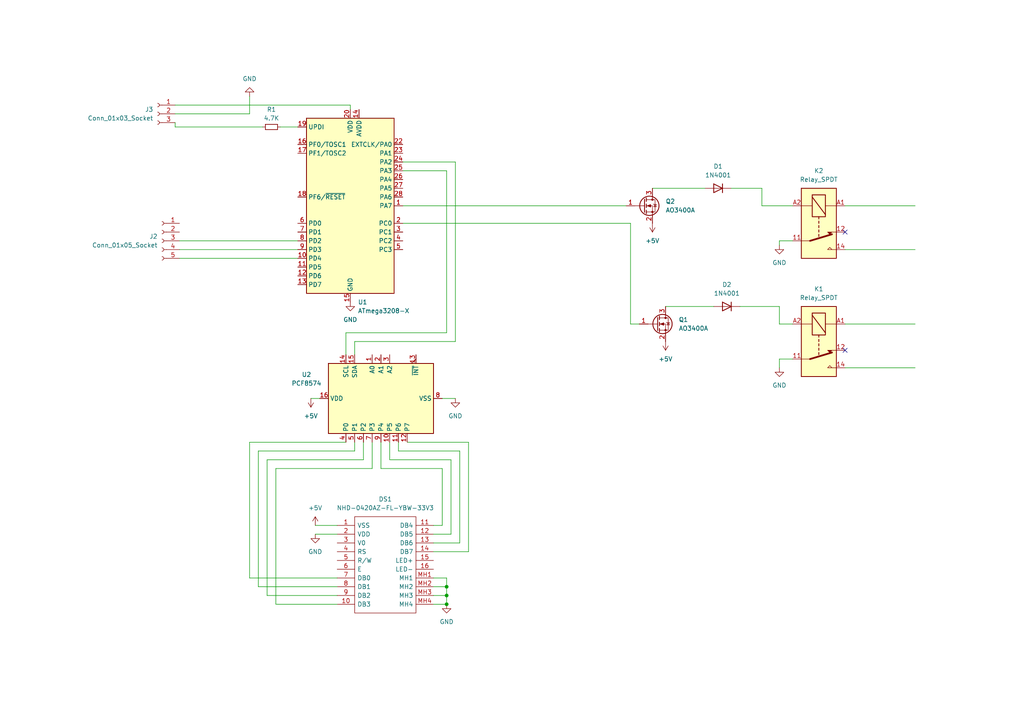
<source format=kicad_sch>
(kicad_sch (version 20230121) (generator eeschema)
  (paper "A4")
  (lib_symbols
    (symbol "Connector:Conn_01x03_Socket" (pin_names (offset 1.016) hide)
      (property "Reference" "J" (at 0 5.08 0))
      (property "Value" "Conn_01x03_Socket" (at 0 -5.08 0))
      (symbol "Conn_01x03_Socket_1_1"
        (arc (start 0 -2.032) (mid -0.5058 -2.54) (end 0 -3.048) (stroke (width 0.1524)))
        (polyline (pts (xy -1.27 -2.54) (xy -0.508 -2.54)) (stroke (width 0.1524)))
        (polyline (pts (xy -1.27 0) (xy -0.508 0)) (stroke (width 0.1524)))
        (polyline (pts (xy -1.27 2.54) (xy -0.508 2.54)) (stroke (width 0.1524)))
        (arc (start 0 0.508) (mid -0.5058 0) (end 0 -0.508) (stroke (width 0.1524)))
        (arc (start 0 3.048) (mid -0.5058 2.54) (end 0 2.032) (stroke (width 0.1524)))
        (pin passive line (at -5.08 2.54 0) (length 3.81) (name "Pin_1") (number "1"))
        (pin passive line (at -5.08 0 0) (length 3.81) (name "Pin_2") (number "2"))
        (pin passive line (at -5.08 -2.54 0) (length 3.81) (name "Pin_3") (number "3"))
      )
    )
    (symbol "Connector:Conn_01x05_Socket" (pin_names (offset 1.016) hide)
      (property "Reference" "J" (at 0 7.62 0))
      (property "Value" "Conn_01x05_Socket" (at 0 -7.62 0))
      (symbol "Conn_01x05_Socket_1_1"
        (arc (start 0 -4.572) (mid -0.5058 -5.08) (end 0 -5.588) (stroke (width 0.1524)))
        (arc (start 0 -2.032) (mid -0.5058 -2.54) (end 0 -3.048) (stroke (width 0.1524)))
        (polyline (pts (xy -1.27 -5.08) (xy -0.508 -5.08)) (stroke (width 0.1524)))
        (polyline (pts (xy -1.27 -2.54) (xy -0.508 -2.54)) (stroke (width 0.1524)))
        (polyline (pts (xy -1.27 0) (xy -0.508 0)) (stroke (width 0.1524)))
        (polyline (pts (xy -1.27 2.54) (xy -0.508 2.54)) (stroke (width 0.1524)))
        (polyline (pts (xy -1.27 5.08) (xy -0.508 5.08)) (stroke (width 0.1524)))
        (arc (start 0 0.508) (mid -0.5058 0) (end 0 -0.508) (stroke (width 0.1524)))
        (arc (start 0 3.048) (mid -0.5058 2.54) (end 0 2.032) (stroke (width 0.1524)))
        (arc (start 0 5.588) (mid -0.5058 5.08) (end 0 4.572) (stroke (width 0.1524)))
        (pin passive line (at -5.08 5.08 0) (length 3.81) (name "Pin_1") (number "1"))
        (pin passive line (at -5.08 2.54 0) (length 3.81) (name "Pin_2") (number "2"))
        (pin passive line (at -5.08 0 0) (length 3.81) (name "Pin_3") (number "3"))
        (pin passive line (at -5.08 -2.54 0) (length 3.81) (name "Pin_4") (number "4"))
        (pin passive line (at -5.08 -5.08 0) (length 3.81) (name "Pin_5") (number "5"))
      )
    )
    (symbol "Device:R_Small" (pin_numbers hide) (pin_names (offset 0.254) hide)
      (property "Reference" "R" (at 0.762 0.508 0))
      (property "Value" "R_Small" (at 0.762 -1.016 0))
      (symbol "R_Small_0_1"
        (rectangle (start -0.762 1.778) (end 0.762 -1.778) (stroke (width 0.2032)))
      )
      (symbol "R_Small_1_1"
        (pin passive line (at 0 2.54 270) (length 0.762) (name "~") (number "1"))
        (pin passive line (at 0 -2.54 90) (length 0.762) (name "~") (number "2"))
      )
    )
    (symbol "Diode:1N4001" (pin_numbers hide) (pin_names hide)
      (property "Reference" "D" (at 0 2.54 0))
      (property "Value" "1N4001" (at 0 -2.54 0))
      (symbol "1N4001_0_1"
        (polyline (pts (xy -1.27 1.27) (xy -1.27 -1.27)) (stroke (width 0.254)))
        (polyline (pts (xy 1.27 0) (xy -1.27 0)))
        (polyline (pts (xy 1.27 1.27) (xy 1.27 -1.27) (xy -1.27 0) (xy 1.27 1.27)) (stroke (width 0.254)))
      )
      (symbol "1N4001_1_1"
        (pin passive line (at -3.81 0 0) (length 2.54) (name "K") (number "1"))
        (pin passive line (at 3.81 0 180) (length 2.54) (name "A") (number "2"))
      )
    )
    (symbol "Interface_Expansion:PCF8574"
      (property "Reference" "U" (at -8.89 16.51 0))
      (property "Value" "PCF8574" (at 2.54 16.51 0))
      (symbol "PCF8574_0_1"
        (rectangle (start -10.16 15.24) (end 10.16 -15.24) (stroke (width 0.254)) (fill (type background)))
      )
      (symbol "PCF8574_1_1"
        (pin input line (at -12.7 2.54 0) (length 2.54) (name "A0") (number "1"))
        (pin bidirectional line (at 12.7 -2.54 180) (length 2.54) (name "P5") (number "10"))
        (pin bidirectional line (at 12.7 -5.08 180) (length 2.54) (name "P6") (number "11"))
        (pin bidirectional line (at 12.7 -7.62 180) (length 2.54) (name "P7") (number "12"))
        (pin open_collector output_low (at -12.7 -10.16 0) (length 2.54) (name "~{INT}") (number "13"))
        (pin input line (at -12.7 10.16 0) (length 2.54) (name "SCL") (number "14"))
        (pin bidirectional line (at -12.7 7.62 0) (length 2.54) (name "SDA") (number "15"))
        (pin power_in line (at 0 17.78 270) (length 2.54) (name "VDD") (number "16"))
        (pin input line (at -12.7 0 0) (length 2.54) (name "A1") (number "2"))
        (pin input line (at -12.7 -2.54 0) (length 2.54) (name "A2") (number "3"))
        (pin bidirectional line (at 12.7 10.16 180) (length 2.54) (name "P0") (number "4"))
        (pin bidirectional line (at 12.7 7.62 180) (length 2.54) (name "P1") (number "5"))
        (pin bidirectional line (at 12.7 5.08 180) (length 2.54) (name "P2") (number "6"))
        (pin bidirectional line (at 12.7 2.54 180) (length 2.54) (name "P3") (number "7"))
        (pin power_in line (at 0 -17.78 90) (length 2.54) (name "VSS") (number "8"))
        (pin bidirectional line (at 12.7 0 180) (length 2.54) (name "P4") (number "9"))
      )
    )
    (symbol "MCU_Microchip_ATmega:ATmega3208-X"
      (property "Reference" "U" (at -12.7 26.67 0))
      (property "Value" "ATmega3208-X" (at 2.54 -26.67 0))
      (symbol "ATmega3208-X_0_1"
        (rectangle (start -12.7 -25.4) (end 12.7 25.4) (stroke (width 0.254)) (fill (type background)))
      )
      (symbol "ATmega3208-X_1_1"
        (pin bidirectional line (at 15.24 0 180) (length 2.54) (name "PA7") (number "1"))
        (pin bidirectional line (at -15.24 -15.24 0) (length 2.54) (name "PD4") (number "10"))
        (pin bidirectional line (at -15.24 -17.78 0) (length 2.54) (name "PD5") (number "11"))
        (pin bidirectional line (at -15.24 -20.32 0) (length 2.54) (name "PD6") (number "12"))
        (pin bidirectional line (at -15.24 -22.86 0) (length 2.54) (name "PD7") (number "13"))
        (pin power_in line (at 2.54 27.94 270) (length 2.54) (name "AVDD") (number "14"))
        (pin power_in line (at 0 -27.94 90) (length 2.54) (name "GND") (number "15"))
        (pin bidirectional line (at -15.24 17.78 0) (length 2.54) (name "PF0/TOSC1") (number "16"))
        (pin bidirectional line (at -15.24 15.24 0) (length 2.54) (name "PF1/TOSC2") (number "17"))
        (pin bidirectional line (at -15.24 2.54 0) (length 2.54) (name "PF6/~{RESET}") (number "18"))
        (pin bidirectional line (at -15.24 22.86 0) (length 2.54) (name "UPDI") (number "19"))
        (pin bidirectional line (at 15.24 -5.08 180) (length 2.54) (name "PC0") (number "2"))
        (pin power_in line (at 0 27.94 270) (length 2.54) (name "VDD") (number "20"))
        (pin passive line (at 0 -27.94 90) (length 2.54) hide (name "GND") (number "21"))
        (pin bidirectional line (at 15.24 17.78 180) (length 2.54) (name "EXTCLK/PA0") (number "22"))
        (pin bidirectional line (at 15.24 15.24 180) (length 2.54) (name "PA1") (number "23"))
        (pin bidirectional line (at 15.24 12.7 180) (length 2.54) (name "PA2") (number "24"))
        (pin bidirectional line (at 15.24 10.16 180) (length 2.54) (name "PA3") (number "25"))
        (pin bidirectional line (at 15.24 7.62 180) (length 2.54) (name "PA4") (number "26"))
        (pin bidirectional line (at 15.24 5.08 180) (length 2.54) (name "PA5") (number "27"))
        (pin bidirectional line (at 15.24 2.54 180) (length 2.54) (name "PA6") (number "28"))
        (pin bidirectional line (at 15.24 -7.62 180) (length 2.54) (name "PC1") (number "3"))
        (pin bidirectional line (at 15.24 -10.16 180) (length 2.54) (name "PC2") (number "4"))
        (pin bidirectional line (at 15.24 -12.7 180) (length 2.54) (name "PC3") (number "5"))
        (pin bidirectional line (at -15.24 -5.08 0) (length 2.54) (name "PD0") (number "6"))
        (pin bidirectional line (at -15.24 -7.62 0) (length 2.54) (name "PD1") (number "7"))
        (pin bidirectional line (at -15.24 -10.16 0) (length 2.54) (name "PD2") (number "8"))
        (pin bidirectional line (at -15.24 -12.7 0) (length 2.54) (name "PD3") (number "9"))
      )
    )
    (symbol "Relay:Relay_SPDT"
      (property "Reference" "K" (at 11.43 3.81 0))
      (property "Value" "Relay_SPDT" (at 11.43 1.27 0))
      (symbol "Relay_SPDT_0_0"
        (polyline (pts (xy 7.62 5.08) (xy 7.62 2.54) (xy 6.985 3.175) (xy 7.62 3.81)))
      )
      (symbol "Relay_SPDT_0_1"
        (rectangle (start -10.16 5.08) (end 10.16 -5.08) (stroke (width 0.254)) (fill (type background)))
        (rectangle (start -8.255 1.905) (end -1.905 -1.905) (stroke (width 0.254)))
        (polyline (pts (xy -7.62 -1.905) (xy -2.54 1.905)) (stroke (width 0.254)))
        (polyline (pts (xy -5.08 -5.08) (xy -5.08 -1.905)))
        (polyline (pts (xy -5.08 5.08) (xy -5.08 1.905)))
        (polyline (pts (xy -1.905 0) (xy -1.27 0)) (stroke (width 0.254)))
        (polyline (pts (xy -0.635 0) (xy 0 0)) (stroke (width 0.254)))
        (polyline (pts (xy 0.635 0) (xy 1.27 0)) (stroke (width 0.254)))
        (polyline (pts (xy 1.905 0) (xy 2.54 0)) (stroke (width 0.254)))
        (polyline (pts (xy 3.175 0) (xy 3.81 0)) (stroke (width 0.254)))
        (polyline (pts (xy 5.08 -2.54) (xy 3.175 3.81)) (stroke (width 0.508)))
        (polyline (pts (xy 5.08 -2.54) (xy 5.08 -5.08)))
        (polyline (pts (xy 2.54 5.08) (xy 2.54 2.54) (xy 3.175 3.175) (xy 2.54 3.81)) (fill (type outline)))
      )
      (symbol "Relay_SPDT_1_1"
        (pin passive line (at 5.08 -7.62 90) (length 2.54) (name "~") (number "11"))
        (pin passive line (at 2.54 7.62 270) (length 2.54) (name "~") (number "12"))
        (pin passive line (at 7.62 7.62 270) (length 2.54) (name "~") (number "14"))
        (pin passive line (at -5.08 7.62 270) (length 2.54) (name "~") (number "A1"))
        (pin passive line (at -5.08 -7.62 90) (length 2.54) (name "~") (number "A2"))
      )
    )
    (symbol "SamacSys_Parts:NHD-0420AZ-FL-YBW-33V3" (pin_names (offset 0.762))
      (property "Reference" "DS" (at 24.13 7.62 0))
      (property "Value" "NHD-0420AZ-FL-YBW-33V3" (at 24.13 5.08 0))
      (symbol "NHD-0420AZ-FL-YBW-33V3_0_0"
        (pin passive line (at 0 0 0) (length 5.08) (name "VSS") (number "1"))
        (pin passive line (at 0 -22.86 0) (length 5.08) (name "DB3") (number "10"))
        (pin passive line (at 27.94 0 180) (length 5.08) (name "DB4") (number "11"))
        (pin passive line (at 27.94 -2.54 180) (length 5.08) (name "DB5") (number "12"))
        (pin passive line (at 27.94 -5.08 180) (length 5.08) (name "DB6") (number "13"))
        (pin passive line (at 27.94 -7.62 180) (length 5.08) (name "DB7") (number "14"))
        (pin passive line (at 27.94 -10.16 180) (length 5.08) (name "LED+") (number "15"))
        (pin passive line (at 27.94 -12.7 180) (length 5.08) (name "LED-") (number "16"))
        (pin passive line (at 0 -2.54 0) (length 5.08) (name "VDD") (number "2"))
        (pin passive line (at 0 -5.08 0) (length 5.08) (name "V0") (number "3"))
        (pin passive line (at 0 -7.62 0) (length 5.08) (name "RS") (number "4"))
        (pin passive line (at 0 -10.16 0) (length 5.08) (name "R/W") (number "5"))
        (pin passive line (at 0 -12.7 0) (length 5.08) (name "E") (number "6"))
        (pin passive line (at 0 -15.24 0) (length 5.08) (name "DB0") (number "7"))
        (pin passive line (at 0 -17.78 0) (length 5.08) (name "DB1") (number "8"))
        (pin passive line (at 0 -20.32 0) (length 5.08) (name "DB2") (number "9"))
        (pin passive line (at 27.94 -15.24 180) (length 5.08) (name "MH1") (number "MH1"))
        (pin passive line (at 27.94 -17.78 180) (length 5.08) (name "MH2") (number "MH2"))
        (pin passive line (at 27.94 -20.32 180) (length 5.08) (name "MH3") (number "MH3"))
        (pin passive line (at 27.94 -22.86 180) (length 5.08) (name "MH4") (number "MH4"))
      )
      (symbol "NHD-0420AZ-FL-YBW-33V3_0_1"
        (polyline (pts (xy 5.08 2.54) (xy 22.86 2.54) (xy 22.86 -25.4) (xy 5.08 -25.4) (xy 5.08 2.54)) (stroke (width 0.1524)))
      )
    )
    (symbol "Transistor_FET:AO3400A" (pin_names hide)
      (property "Reference" "Q" (at 5.08 1.905 0))
      (property "Value" "AO3400A" (at 5.08 0 0))
      (symbol "AO3400A_0_1"
        (polyline (pts (xy 0.254 0) (xy -2.54 0)))
        (polyline (pts (xy 0.254 1.905) (xy 0.254 -1.905)) (stroke (width 0.254)))
        (polyline (pts (xy 0.762 -1.27) (xy 0.762 -2.286)) (stroke (width 0.254)))
        (polyline (pts (xy 0.762 0.508) (xy 0.762 -0.508)) (stroke (width 0.254)))
        (polyline (pts (xy 0.762 2.286) (xy 0.762 1.27)) (stroke (width 0.254)))
        (polyline (pts (xy 2.54 2.54) (xy 2.54 1.778)))
        (polyline (pts (xy 2.54 -2.54) (xy 2.54 0) (xy 0.762 0)))
        (polyline (pts (xy 0.762 -1.778) (xy 3.302 -1.778) (xy 3.302 1.778) (xy 0.762 1.778)))
        (polyline (pts (xy 1.016 0) (xy 2.032 0.381) (xy 2.032 -0.381) (xy 1.016 0)) (fill (type outline)))
        (polyline (pts (xy 2.794 0.508) (xy 2.921 0.381) (xy 3.683 0.381) (xy 3.81 0.254)))
        (polyline (pts (xy 3.302 0.381) (xy 2.921 -0.254) (xy 3.683 -0.254) (xy 3.302 0.381)))
        (circle (center 1.651 0) (radius 2.794) (stroke (width 0.254)))
        (circle (center 2.54 -1.778) (radius 0.254) (fill (type outline)))
        (circle (center 2.54 1.778) (radius 0.254) (fill (type outline)))
      )
      (symbol "AO3400A_1_1"
        (pin input line (at -5.08 0 0) (length 2.54) (name "G") (number "1"))
        (pin passive line (at 2.54 -5.08 90) (length 2.54) (name "S") (number "2"))
        (pin passive line (at 2.54 5.08 270) (length 2.54) (name "D") (number "3"))
      )
    )
    (symbol "power:+5V" (power) (pin_names (offset 0))
      (property "Value" "+5V" (at 0 3.556 0))
      (symbol "+5V_0_1"
        (polyline (pts (xy -0.762 1.27) (xy 0 2.54)))
        (polyline (pts (xy 0 0) (xy 0 2.54)))
        (polyline (pts (xy 0 2.54) (xy 0.762 1.27)))
      )
      (symbol "+5V_1_1"
        (pin power_in line (at 0 0 90) (length 0) hide (name "+5V") (number "1"))
      )
    )
    (symbol "power:GND" (power) (pin_names (offset 0))
      (property "Value" "GND" (at 0 -3.81 0))
      (symbol "GND_0_1"
        (polyline (pts (xy 0 0) (xy 0 -1.27) (xy 1.27 -1.27) (xy 0 -2.54) (xy -1.27 -1.27) (xy 0 -1.27)))
      )
      (symbol "GND_1_1"
        (pin power_in line (at 0 0 270) (length 0) hide (name "GND") (number "1"))
      )
    )
  )
  (junction (at 129.54 172.72))
  (junction (at 129.54 175.26))
  (junction (at 129.54 170.18))
  (no_connect (at 245.11 67.31))
  (no_connect (at 245.11 101.6))
  (wire (pts (xy 115.57 130.81) (xy 133.35 130.81)))
  (wire (pts (xy 182.88 93.98) (xy 185.42 93.98)))
  (wire (pts (xy 226.06 69.85) (xy 226.06 71.12)))
  (wire (pts (xy 214.63 88.9) (xy 226.06 88.9)))
  (wire (pts (xy 182.88 64.77) (xy 182.88 93.98)))
  (wire (pts (xy 125.73 157.48) (xy 133.35 157.48)))
  (wire (pts (xy 226.06 106.68) (xy 226.06 104.14)))
  (wire (pts (xy 245.11 106.68) (xy 265.43 106.68)))
  (wire (pts (xy 189.23 54.61) (xy 204.47 54.61)))
  (wire (pts (xy 50.8 36.83) (xy 76.2 36.83)))
  (wire (pts (xy 128.27 152.4) (xy 125.73 152.4)))
  (wire (pts (xy 128.27 115.57) (xy 132.08 115.57)))
  (wire (pts (xy 116.84 49.53) (xy 129.54 49.53)))
  (wire (pts (xy 125.73 172.72) (xy 129.54 172.72)))
  (wire (pts (xy 226.06 93.98) (xy 229.87 93.98)))
  (wire (pts (xy 125.73 167.64) (xy 129.54 167.64)))
  (wire (pts (xy 81.28 36.83) (xy 86.36 36.83)))
  (wire (pts (xy 72.39 167.64) (xy 97.79 167.64)))
  (wire (pts (xy 116.84 59.69) (xy 181.61 59.69)))
  (wire (pts (xy 226.06 104.14) (xy 229.87 104.14)))
  (wire (pts (xy 74.93 170.18) (xy 97.79 170.18)))
  (wire (pts (xy 118.11 128.27) (xy 135.89 128.27)))
  (wire (pts (xy 102.87 99.06) (xy 102.87 102.87)))
  (wire (pts (xy 116.84 46.99) (xy 132.08 46.99)))
  (wire (pts (xy 100.33 96.52) (xy 100.33 102.87)))
  (wire (pts (xy 110.49 135.89) (xy 128.27 135.89)))
  (wire (pts (xy 52.07 72.39) (xy 86.36 72.39)))
  (wire (pts (xy 50.8 33.02) (xy 72.39 33.02)))
  (wire (pts (xy 226.06 88.9) (xy 226.06 93.98)))
  (wire (pts (xy 107.95 135.89) (xy 80.01 135.89)))
  (wire (pts (xy 125.73 160.02) (xy 135.89 160.02)))
  (wire (pts (xy 129.54 167.64) (xy 129.54 170.18)))
  (wire (pts (xy 125.73 154.94) (xy 130.81 154.94)))
  (wire (pts (xy 220.98 54.61) (xy 220.98 59.69)))
  (wire (pts (xy 80.01 175.26) (xy 97.79 175.26)))
  (wire (pts (xy 102.87 130.81) (xy 74.93 130.81)))
  (wire (pts (xy 77.47 133.35) (xy 77.47 172.72)))
  (wire (pts (xy 50.8 30.48) (xy 101.6 30.48)))
  (wire (pts (xy 80.01 135.89) (xy 80.01 175.26)))
  (wire (pts (xy 101.6 31.75) (xy 101.6 30.48)))
  (wire (pts (xy 129.54 96.52) (xy 100.33 96.52)))
  (wire (pts (xy 128.27 135.89) (xy 128.27 152.4)))
  (wire (pts (xy 90.17 115.57) (xy 92.71 115.57)))
  (wire (pts (xy 135.89 128.27) (xy 135.89 160.02)))
  (wire (pts (xy 107.95 128.27) (xy 107.95 135.89)))
  (wire (pts (xy 91.44 154.94) (xy 97.79 154.94)))
  (wire (pts (xy 132.08 46.99) (xy 132.08 99.06)))
  (wire (pts (xy 72.39 27.94) (xy 72.39 33.02)))
  (wire (pts (xy 125.73 175.26) (xy 129.54 175.26)))
  (wire (pts (xy 132.08 99.06) (xy 102.87 99.06)))
  (wire (pts (xy 100.33 128.27) (xy 72.39 128.27)))
  (wire (pts (xy 105.41 128.27) (xy 105.41 133.35)))
  (wire (pts (xy 116.84 64.77) (xy 182.88 64.77)))
  (wire (pts (xy 130.81 133.35) (xy 130.81 154.94)))
  (wire (pts (xy 245.11 93.98) (xy 265.43 93.98)))
  (wire (pts (xy 113.03 133.35) (xy 130.81 133.35)))
  (wire (pts (xy 102.87 128.27) (xy 102.87 130.81)))
  (wire (pts (xy 105.41 133.35) (xy 77.47 133.35)))
  (wire (pts (xy 245.11 59.69) (xy 265.43 59.69)))
  (wire (pts (xy 229.87 69.85) (xy 226.06 69.85)))
  (wire (pts (xy 129.54 170.18) (xy 129.54 172.72)))
  (wire (pts (xy 77.47 172.72) (xy 97.79 172.72)))
  (wire (pts (xy 91.44 152.4) (xy 97.79 152.4)))
  (wire (pts (xy 212.09 54.61) (xy 220.98 54.61)))
  (wire (pts (xy 245.11 72.39) (xy 265.43 72.39)))
  (wire (pts (xy 113.03 128.27) (xy 113.03 133.35)))
  (wire (pts (xy 220.98 59.69) (xy 229.87 59.69)))
  (wire (pts (xy 133.35 130.81) (xy 133.35 157.48)))
  (wire (pts (xy 129.54 49.53) (xy 129.54 96.52)))
  (wire (pts (xy 193.04 88.9) (xy 207.01 88.9)))
  (wire (pts (xy 74.93 130.81) (xy 74.93 170.18)))
  (wire (pts (xy 110.49 128.27) (xy 110.49 135.89)))
  (wire (pts (xy 115.57 128.27) (xy 115.57 130.81)))
  (wire (pts (xy 52.07 69.85) (xy 86.36 69.85)))
  (wire (pts (xy 72.39 128.27) (xy 72.39 167.64)))
  (wire (pts (xy 50.8 36.83) (xy 50.8 35.56)))
  (wire (pts (xy 52.07 74.93) (xy 86.36 74.93)))
  (wire (pts (xy 129.54 172.72) (xy 129.54 175.26)))
  (wire (pts (xy 125.73 170.18) (xy 129.54 170.18)))
  (symbol (lib_id "power:+5V") (at 90.17 115.57 0) (mirror x) (unit 1)
    (property "Reference" "#PWR09" (effects hide))
    (property "Value" "+5V" (at 90.17 120.65 0))
  )
  (symbol (lib_id "power:GND") (at 72.39 27.94 0) (mirror x) (unit 1)
    (property "Reference" "#PWR01" (effects hide))
    (property "Value" "GND" (at 72.39 22.86 0))
  )
  (symbol (lib_id "power:GND") (at 91.44 154.94 0) (unit 1)
    (property "Reference" "#PWR03" (effects hide))
    (property "Value" "GND" (at 91.44 160.02 0))
  )
  (symbol (lib_id "power:GND") (at 101.6 87.63 0) (unit 1)
    (property "Reference" "#PWR04" (effects hide))
    (property "Value" "GND" (at 101.6 92.71 0))
  )
  (symbol (lib_id "Interface_Expansion:PCF8574") (at 110.49 115.57 90) (mirror x) (unit 1)
    (property "Reference" "U2" (at 88.9 108.6419 90))
    (property "Value" "PCF8574" (at 88.9 111.1819 90))
    (property "Datasheet" "http://www.nxp.com/docs/en/data-sheet/PCF8574_PCF8574A.pdf" (effects hide))
  )
  (symbol (lib_id "power:GND") (at 132.08 115.57 0) (unit 1)
    (property "Reference" "#PWR010" (effects hide))
    (property "Value" "GND" (at 132.08 120.65 0))
  )
  (symbol (lib_id "Transistor_FET:AO3400A") (at 190.5 93.98 0) (unit 1)
    (property "Reference" "Q1" (at 196.85 92.71 0) (effects (justify left)))
    (property "Value" "AO3400A" (at 196.85 95.25 0) (effects (justify left)))
    (property "Footprint" "Package_TO_SOT_SMD:SOT-23" (effects hide))
    (property "Datasheet" "http://www.aosmd.com/pdfs/datasheet/AO3400A.pdf" (effects hide))
  )
  (symbol (lib_id "Diode:1N4001") (at 210.82 88.9 0) (mirror y) (unit 1)
    (property "Reference" "D2" (at 210.82 82.55 0))
    (property "Value" "1N4001" (at 210.82 85.09 0))
    (property "Footprint" "Diode_THT:D_DO-41_SOD81_P10.16mm_Horizontal" (effects hide))
    (property "Datasheet" "http://www.vishay.com/docs/88503/1n4001.pdf" (effects hide))
    (property "Sim.Device" "D" (effects hide))
    (property "Sim.Pins" "1=K 2=A" (effects hide))
  )
  (symbol (lib_id "SamacSys_Parts:NHD-0420AZ-FL-YBW-33V3") (at 97.79 152.4 0) (unit 1)
    (property "Reference" "DS1" (at 111.76 144.78 0))
    (property "Value" "NHD-0420AZ-FL-YBW-33V3" (at 111.76 147.32 0))
    (property "Footprint" "SamacSys_Parts:NHD0420AZFLYBW33V3" (effects hide))
    (property "Datasheet" "https://www.newhavendisplay.com/specs/NHD-0420AZ-FL-YBW-33V3.pdf" (effects hide))
    (property "Description" "LCD Character Display Modules & Accessories STN-Y/G Transfl 77.5 x 47.0" (effects hide))
    (property "Height" "14.5" (effects hide))
    (property "Mouser Part Number" "763-0420AZFLYBW33V3" (effects hide))
    (property "Mouser Price/Stock" "https://www.mouser.co.uk/ProductDetail/Newhaven-Display/NHD-0420AZ-FL-YBW-33V3?qs=G49gCGQm93hSVvgE4zZg6g%3D%3D" (effects hide))
    (property "Manufacturer_Name" "Newhaven Display" (effects hide))
    (property "Manufacturer_Part_Number" "NHD-0420AZ-FL-YBW-33V3" (effects hide))
  )
  (symbol (lib_id "Transistor_FET:AO3400A") (at 186.69 59.69 0) (unit 1)
    (property "Reference" "Q2" (at 193.04 58.42 0) (effects (justify left)))
    (property "Value" "AO3400A" (at 193.04 60.96 0) (effects (justify left)))
    (property "Footprint" "Package_TO_SOT_SMD:SOT-23" (effects hide))
    (property "Datasheet" "http://www.aosmd.com/pdfs/datasheet/AO3400A.pdf" (effects hide))
  )
  (symbol (lib_id "Relay:Relay_SPDT") (at 237.49 99.06 270) (unit 1)
    (property "Reference" "K1" (at 237.49 83.82 90))
    (property "Value" "Relay_SPDT" (at 237.49 86.36 90))
    (property "Footprint" "Relay_THT:Relay_SPST_Omron-G5Q-1A" (effects hide))
  )
  (symbol (lib_id "power:GND") (at 226.06 71.12 0) (unit 1)
    (property "Reference" "#PWR06" (effects hide))
    (property "Value" "GND" (at 226.06 76.2 0))
  )
  (symbol (lib_id "Connector:Conn_01x03_Socket") (at 45.72 33.02 0) (mirror y) (unit 1)
    (property "Reference" "J3" (at 44.45 31.75 0) (effects (justify left)))
    (property "Value" "Conn_01x03_Socket" (at 44.45 34.29 0) (effects (justify left)))
  )
  (symbol (lib_id "power:+5V") (at 91.44 152.4 0) (unit 1)
    (property "Reference" "#PWR02" (effects hide))
    (property "Value" "+5V" (at 91.44 147.32 0))
  )
  (symbol (lib_id "power:+5V") (at 189.23 64.77 180) (unit 1)
    (property "Reference" "#PWR08" (effects hide))
    (property "Value" "+5V" (at 189.23 69.85 0))
  )
  (symbol (lib_id "power:GND") (at 226.06 106.68 0) (unit 1)
    (property "Reference" "#PWR05" (effects hide))
    (property "Value" "GND" (at 226.06 111.76 0))
  )
  (symbol (lib_id "Diode:1N4001") (at 208.28 54.61 0) (mirror y) (unit 1)
    (property "Reference" "D1" (at 208.28 48.26 0))
    (property "Value" "1N4001" (at 208.28 50.8 0))
    (property "Footprint" "Diode_THT:D_DO-41_SOD81_P10.16mm_Horizontal" (effects hide))
    (property "Datasheet" "http://www.vishay.com/docs/88503/1n4001.pdf" (effects hide))
    (property "Sim.Device" "D" (effects hide))
    (property "Sim.Pins" "1=K 2=A" (effects hide))
  )
  (symbol (lib_id "power:GND") (at 129.54 175.26 0) (unit 1)
    (property "Reference" "#PWR011" (effects hide))
    (property "Value" "GND" (at 129.54 180.34 0))
  )
  (symbol (lib_id "power:+5V") (at 193.04 99.06 180) (unit 1)
    (property "Reference" "#PWR07" (effects hide))
    (property "Value" "+5V" (at 193.04 104.14 0))
  )
  (symbol (lib_id "Device:R_Small") (at 78.74 36.83 270) (unit 1)
    (property "Reference" "R1" (at 78.74 31.75 90))
    (property "Value" "4.7K" (at 78.74 34.29 90))
    (property "Footprint" "Resistor_SMD:R_0603_1608Metric_Pad0.98x0.95mm_HandSolder" (effects hide))
  )
  (symbol (lib_id "Relay:Relay_SPDT") (at 237.49 64.77 270) (unit 1)
    (property "Reference" "K2" (at 237.49 49.53 90))
    (property "Value" "Relay_SPDT" (at 237.49 52.07 90))
    (property "Footprint" "Relay_THT:Relay_SPST_Omron-G5Q-1A" (effects hide))
  )
  (symbol (lib_id "Connector:Conn_01x05_Socket") (at 46.99 69.85 0) (mirror y) (unit 1)
    (property "Reference" "J2" (at 45.72 68.58 0) (effects (justify left)))
    (property "Value" "Conn_01x05_Socket" (at 45.72 71.12 0) (effects (justify left)))
    (property "Footprint" "Connector_JST:JST_EH_B5B-EH-A_1x05_P2.50mm_Vertical" (effects hide))
  )
  (symbol (lib_id "MCU_Microchip_ATmega:ATmega3208-X") (at 101.6 59.69 0) (unit 1)
    (property "Reference" "U1" (at 103.7941 87.63 0) (effects (justify left)))
    (property "Value" "ATmega3208-X" (at 103.7941 90.17 0) (effects (justify left)))
    (property "Footprint" "Package_SO:SSOP-28_5.3x10.2mm_P0.65mm" (effects hide))
    (property "Datasheet" "http://ww1.microchip.com/downloads/en/DeviceDoc/40002018A.pdf" (effects hide))
  )
)
</source>
